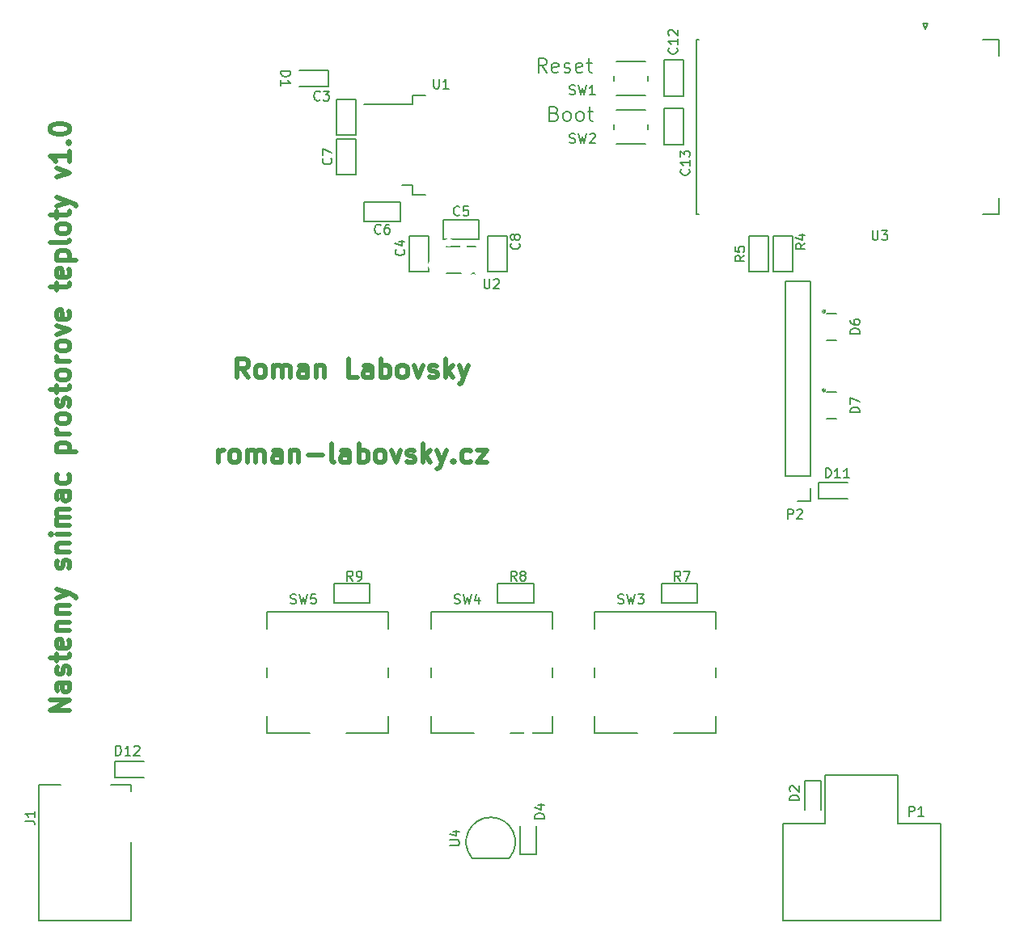
<source format=gto>
G04 #@! TF.GenerationSoftware,KiCad,Pcbnew,(5.1.6)-1*
G04 #@! TF.CreationDate,2021-06-16T15:57:26+02:00*
G04 #@! TF.ProjectId,wall-sensor-of-room-temperature,77616c6c-2d73-4656-9e73-6f722d6f662d,rev?*
G04 #@! TF.SameCoordinates,Original*
G04 #@! TF.FileFunction,Legend,Top*
G04 #@! TF.FilePolarity,Positive*
%FSLAX46Y46*%
G04 Gerber Fmt 4.6, Leading zero omitted, Abs format (unit mm)*
G04 Created by KiCad (PCBNEW (5.1.6)-1) date 2021-06-16 15:57:26*
%MOMM*%
%LPD*%
G01*
G04 APERTURE LIST*
%ADD10C,0.200000*%
%ADD11C,0.500000*%
%ADD12C,0.170000*%
%ADD13C,0.120000*%
%ADD14C,0.150000*%
%ADD15C,0.900000*%
%ADD16O,1.900000X1.900000*%
%ADD17R,1.900000X1.900000*%
%ADD18R,1.100000X0.410000*%
%ADD19R,1.600000X1.850000*%
%ADD20R,0.900000X0.900000*%
%ADD21C,3.300000*%
%ADD22C,4.600000*%
%ADD23R,4.700000X1.200000*%
%ADD24R,9.500000X10.900000*%
%ADD25R,0.900000X0.400000*%
%ADD26R,5.100000X5.100000*%
%ADD27R,1.000000X2.600000*%
%ADD28O,1.800000X1.800000*%
%ADD29R,1.800000X1.800000*%
%ADD30R,1.150000X1.600000*%
%ADD31R,2.100000X1.100000*%
%ADD32R,1.600000X1.400000*%
%ADD33C,1.950000*%
%ADD34C,3.100000*%
%ADD35C,3.600000*%
%ADD36R,1.400000X1.600000*%
G04 APERTURE END LIST*
D10*
X98016428Y-79267857D02*
X98230714Y-79339285D01*
X98302142Y-79410714D01*
X98373571Y-79553571D01*
X98373571Y-79767857D01*
X98302142Y-79910714D01*
X98230714Y-79982142D01*
X98087857Y-80053571D01*
X97516428Y-80053571D01*
X97516428Y-78553571D01*
X98016428Y-78553571D01*
X98159285Y-78625000D01*
X98230714Y-78696428D01*
X98302142Y-78839285D01*
X98302142Y-78982142D01*
X98230714Y-79125000D01*
X98159285Y-79196428D01*
X98016428Y-79267857D01*
X97516428Y-79267857D01*
X99230714Y-80053571D02*
X99087857Y-79982142D01*
X99016428Y-79910714D01*
X98945000Y-79767857D01*
X98945000Y-79339285D01*
X99016428Y-79196428D01*
X99087857Y-79125000D01*
X99230714Y-79053571D01*
X99445000Y-79053571D01*
X99587857Y-79125000D01*
X99659285Y-79196428D01*
X99730714Y-79339285D01*
X99730714Y-79767857D01*
X99659285Y-79910714D01*
X99587857Y-79982142D01*
X99445000Y-80053571D01*
X99230714Y-80053571D01*
X100587857Y-80053571D02*
X100445000Y-79982142D01*
X100373571Y-79910714D01*
X100302142Y-79767857D01*
X100302142Y-79339285D01*
X100373571Y-79196428D01*
X100445000Y-79125000D01*
X100587857Y-79053571D01*
X100802142Y-79053571D01*
X100945000Y-79125000D01*
X101016428Y-79196428D01*
X101087857Y-79339285D01*
X101087857Y-79767857D01*
X101016428Y-79910714D01*
X100945000Y-79982142D01*
X100802142Y-80053571D01*
X100587857Y-80053571D01*
X101516428Y-79053571D02*
X102087857Y-79053571D01*
X101730714Y-78553571D02*
X101730714Y-79839285D01*
X101802142Y-79982142D01*
X101945000Y-80053571D01*
X102087857Y-80053571D01*
X97202857Y-74973571D02*
X96702857Y-74259285D01*
X96345714Y-74973571D02*
X96345714Y-73473571D01*
X96917142Y-73473571D01*
X97060000Y-73545000D01*
X97131428Y-73616428D01*
X97202857Y-73759285D01*
X97202857Y-73973571D01*
X97131428Y-74116428D01*
X97060000Y-74187857D01*
X96917142Y-74259285D01*
X96345714Y-74259285D01*
X98417142Y-74902142D02*
X98274285Y-74973571D01*
X97988571Y-74973571D01*
X97845714Y-74902142D01*
X97774285Y-74759285D01*
X97774285Y-74187857D01*
X97845714Y-74045000D01*
X97988571Y-73973571D01*
X98274285Y-73973571D01*
X98417142Y-74045000D01*
X98488571Y-74187857D01*
X98488571Y-74330714D01*
X97774285Y-74473571D01*
X99060000Y-74902142D02*
X99202857Y-74973571D01*
X99488571Y-74973571D01*
X99631428Y-74902142D01*
X99702857Y-74759285D01*
X99702857Y-74687857D01*
X99631428Y-74545000D01*
X99488571Y-74473571D01*
X99274285Y-74473571D01*
X99131428Y-74402142D01*
X99060000Y-74259285D01*
X99060000Y-74187857D01*
X99131428Y-74045000D01*
X99274285Y-73973571D01*
X99488571Y-73973571D01*
X99631428Y-74045000D01*
X100917142Y-74902142D02*
X100774285Y-74973571D01*
X100488571Y-74973571D01*
X100345714Y-74902142D01*
X100274285Y-74759285D01*
X100274285Y-74187857D01*
X100345714Y-74045000D01*
X100488571Y-73973571D01*
X100774285Y-73973571D01*
X100917142Y-74045000D01*
X100988571Y-74187857D01*
X100988571Y-74330714D01*
X100274285Y-74473571D01*
X101417142Y-73973571D02*
X101988571Y-73973571D01*
X101631428Y-73473571D02*
X101631428Y-74759285D01*
X101702857Y-74902142D01*
X101845714Y-74973571D01*
X101988571Y-74973571D01*
D11*
X62882619Y-115839761D02*
X62882619Y-114506428D01*
X62882619Y-114887380D02*
X62977857Y-114696904D01*
X63073095Y-114601666D01*
X63263571Y-114506428D01*
X63454047Y-114506428D01*
X64406428Y-115839761D02*
X64215952Y-115744523D01*
X64120714Y-115649285D01*
X64025476Y-115458809D01*
X64025476Y-114887380D01*
X64120714Y-114696904D01*
X64215952Y-114601666D01*
X64406428Y-114506428D01*
X64692142Y-114506428D01*
X64882619Y-114601666D01*
X64977857Y-114696904D01*
X65073095Y-114887380D01*
X65073095Y-115458809D01*
X64977857Y-115649285D01*
X64882619Y-115744523D01*
X64692142Y-115839761D01*
X64406428Y-115839761D01*
X65930238Y-115839761D02*
X65930238Y-114506428D01*
X65930238Y-114696904D02*
X66025476Y-114601666D01*
X66215952Y-114506428D01*
X66501666Y-114506428D01*
X66692142Y-114601666D01*
X66787380Y-114792142D01*
X66787380Y-115839761D01*
X66787380Y-114792142D02*
X66882619Y-114601666D01*
X67073095Y-114506428D01*
X67358809Y-114506428D01*
X67549285Y-114601666D01*
X67644523Y-114792142D01*
X67644523Y-115839761D01*
X69454047Y-115839761D02*
X69454047Y-114792142D01*
X69358809Y-114601666D01*
X69168333Y-114506428D01*
X68787380Y-114506428D01*
X68596904Y-114601666D01*
X69454047Y-115744523D02*
X69263571Y-115839761D01*
X68787380Y-115839761D01*
X68596904Y-115744523D01*
X68501666Y-115554047D01*
X68501666Y-115363571D01*
X68596904Y-115173095D01*
X68787380Y-115077857D01*
X69263571Y-115077857D01*
X69454047Y-114982619D01*
X70406428Y-114506428D02*
X70406428Y-115839761D01*
X70406428Y-114696904D02*
X70501666Y-114601666D01*
X70692142Y-114506428D01*
X70977857Y-114506428D01*
X71168333Y-114601666D01*
X71263571Y-114792142D01*
X71263571Y-115839761D01*
X72215952Y-115077857D02*
X73739761Y-115077857D01*
X74977857Y-115839761D02*
X74787380Y-115744523D01*
X74692142Y-115554047D01*
X74692142Y-113839761D01*
X76596904Y-115839761D02*
X76596904Y-114792142D01*
X76501666Y-114601666D01*
X76311190Y-114506428D01*
X75930238Y-114506428D01*
X75739761Y-114601666D01*
X76596904Y-115744523D02*
X76406428Y-115839761D01*
X75930238Y-115839761D01*
X75739761Y-115744523D01*
X75644523Y-115554047D01*
X75644523Y-115363571D01*
X75739761Y-115173095D01*
X75930238Y-115077857D01*
X76406428Y-115077857D01*
X76596904Y-114982619D01*
X77549285Y-115839761D02*
X77549285Y-113839761D01*
X77549285Y-114601666D02*
X77739761Y-114506428D01*
X78120714Y-114506428D01*
X78311190Y-114601666D01*
X78406428Y-114696904D01*
X78501666Y-114887380D01*
X78501666Y-115458809D01*
X78406428Y-115649285D01*
X78311190Y-115744523D01*
X78120714Y-115839761D01*
X77739761Y-115839761D01*
X77549285Y-115744523D01*
X79644523Y-115839761D02*
X79454047Y-115744523D01*
X79358809Y-115649285D01*
X79263571Y-115458809D01*
X79263571Y-114887380D01*
X79358809Y-114696904D01*
X79454047Y-114601666D01*
X79644523Y-114506428D01*
X79930238Y-114506428D01*
X80120714Y-114601666D01*
X80215952Y-114696904D01*
X80311190Y-114887380D01*
X80311190Y-115458809D01*
X80215952Y-115649285D01*
X80120714Y-115744523D01*
X79930238Y-115839761D01*
X79644523Y-115839761D01*
X80977857Y-114506428D02*
X81454047Y-115839761D01*
X81930238Y-114506428D01*
X82596904Y-115744523D02*
X82787380Y-115839761D01*
X83168333Y-115839761D01*
X83358809Y-115744523D01*
X83454047Y-115554047D01*
X83454047Y-115458809D01*
X83358809Y-115268333D01*
X83168333Y-115173095D01*
X82882619Y-115173095D01*
X82692142Y-115077857D01*
X82596904Y-114887380D01*
X82596904Y-114792142D01*
X82692142Y-114601666D01*
X82882619Y-114506428D01*
X83168333Y-114506428D01*
X83358809Y-114601666D01*
X84311190Y-115839761D02*
X84311190Y-113839761D01*
X84501666Y-115077857D02*
X85073095Y-115839761D01*
X85073095Y-114506428D02*
X84311190Y-115268333D01*
X85739761Y-114506428D02*
X86215952Y-115839761D01*
X86692142Y-114506428D02*
X86215952Y-115839761D01*
X86025476Y-116315952D01*
X85930238Y-116411190D01*
X85739761Y-116506428D01*
X87454047Y-115649285D02*
X87549285Y-115744523D01*
X87454047Y-115839761D01*
X87358809Y-115744523D01*
X87454047Y-115649285D01*
X87454047Y-115839761D01*
X89263571Y-115744523D02*
X89073095Y-115839761D01*
X88692142Y-115839761D01*
X88501666Y-115744523D01*
X88406428Y-115649285D01*
X88311190Y-115458809D01*
X88311190Y-114887380D01*
X88406428Y-114696904D01*
X88501666Y-114601666D01*
X88692142Y-114506428D01*
X89073095Y-114506428D01*
X89263571Y-114601666D01*
X89930238Y-114506428D02*
X90977857Y-114506428D01*
X89930238Y-115839761D01*
X90977857Y-115839761D01*
X65977857Y-106949761D02*
X65311190Y-105997380D01*
X64835000Y-106949761D02*
X64835000Y-104949761D01*
X65596904Y-104949761D01*
X65787380Y-105045000D01*
X65882619Y-105140238D01*
X65977857Y-105330714D01*
X65977857Y-105616428D01*
X65882619Y-105806904D01*
X65787380Y-105902142D01*
X65596904Y-105997380D01*
X64835000Y-105997380D01*
X67120714Y-106949761D02*
X66930238Y-106854523D01*
X66835000Y-106759285D01*
X66739761Y-106568809D01*
X66739761Y-105997380D01*
X66835000Y-105806904D01*
X66930238Y-105711666D01*
X67120714Y-105616428D01*
X67406428Y-105616428D01*
X67596904Y-105711666D01*
X67692142Y-105806904D01*
X67787380Y-105997380D01*
X67787380Y-106568809D01*
X67692142Y-106759285D01*
X67596904Y-106854523D01*
X67406428Y-106949761D01*
X67120714Y-106949761D01*
X68644523Y-106949761D02*
X68644523Y-105616428D01*
X68644523Y-105806904D02*
X68739761Y-105711666D01*
X68930238Y-105616428D01*
X69215952Y-105616428D01*
X69406428Y-105711666D01*
X69501666Y-105902142D01*
X69501666Y-106949761D01*
X69501666Y-105902142D02*
X69596904Y-105711666D01*
X69787380Y-105616428D01*
X70073095Y-105616428D01*
X70263571Y-105711666D01*
X70358809Y-105902142D01*
X70358809Y-106949761D01*
X72168333Y-106949761D02*
X72168333Y-105902142D01*
X72073095Y-105711666D01*
X71882619Y-105616428D01*
X71501666Y-105616428D01*
X71311190Y-105711666D01*
X72168333Y-106854523D02*
X71977857Y-106949761D01*
X71501666Y-106949761D01*
X71311190Y-106854523D01*
X71215952Y-106664047D01*
X71215952Y-106473571D01*
X71311190Y-106283095D01*
X71501666Y-106187857D01*
X71977857Y-106187857D01*
X72168333Y-106092619D01*
X73120714Y-105616428D02*
X73120714Y-106949761D01*
X73120714Y-105806904D02*
X73215952Y-105711666D01*
X73406428Y-105616428D01*
X73692142Y-105616428D01*
X73882619Y-105711666D01*
X73977857Y-105902142D01*
X73977857Y-106949761D01*
X77406428Y-106949761D02*
X76454047Y-106949761D01*
X76454047Y-104949761D01*
X78930238Y-106949761D02*
X78930238Y-105902142D01*
X78835000Y-105711666D01*
X78644523Y-105616428D01*
X78263571Y-105616428D01*
X78073095Y-105711666D01*
X78930238Y-106854523D02*
X78739761Y-106949761D01*
X78263571Y-106949761D01*
X78073095Y-106854523D01*
X77977857Y-106664047D01*
X77977857Y-106473571D01*
X78073095Y-106283095D01*
X78263571Y-106187857D01*
X78739761Y-106187857D01*
X78930238Y-106092619D01*
X79882619Y-106949761D02*
X79882619Y-104949761D01*
X79882619Y-105711666D02*
X80073095Y-105616428D01*
X80454047Y-105616428D01*
X80644523Y-105711666D01*
X80739761Y-105806904D01*
X80835000Y-105997380D01*
X80835000Y-106568809D01*
X80739761Y-106759285D01*
X80644523Y-106854523D01*
X80454047Y-106949761D01*
X80073095Y-106949761D01*
X79882619Y-106854523D01*
X81977857Y-106949761D02*
X81787380Y-106854523D01*
X81692142Y-106759285D01*
X81596904Y-106568809D01*
X81596904Y-105997380D01*
X81692142Y-105806904D01*
X81787380Y-105711666D01*
X81977857Y-105616428D01*
X82263571Y-105616428D01*
X82454047Y-105711666D01*
X82549285Y-105806904D01*
X82644523Y-105997380D01*
X82644523Y-106568809D01*
X82549285Y-106759285D01*
X82454047Y-106854523D01*
X82263571Y-106949761D01*
X81977857Y-106949761D01*
X83311190Y-105616428D02*
X83787380Y-106949761D01*
X84263571Y-105616428D01*
X84930238Y-106854523D02*
X85120714Y-106949761D01*
X85501666Y-106949761D01*
X85692142Y-106854523D01*
X85787380Y-106664047D01*
X85787380Y-106568809D01*
X85692142Y-106378333D01*
X85501666Y-106283095D01*
X85215952Y-106283095D01*
X85025476Y-106187857D01*
X84930238Y-105997380D01*
X84930238Y-105902142D01*
X85025476Y-105711666D01*
X85215952Y-105616428D01*
X85501666Y-105616428D01*
X85692142Y-105711666D01*
X86644523Y-106949761D02*
X86644523Y-104949761D01*
X86835000Y-106187857D02*
X87406428Y-106949761D01*
X87406428Y-105616428D02*
X86644523Y-106378333D01*
X88073095Y-105616428D02*
X88549285Y-106949761D01*
X89025476Y-105616428D02*
X88549285Y-106949761D01*
X88358809Y-107425952D01*
X88263571Y-107521190D01*
X88073095Y-107616428D01*
X47259761Y-141839285D02*
X45259761Y-141839285D01*
X47259761Y-140696428D01*
X45259761Y-140696428D01*
X47259761Y-138886904D02*
X46212142Y-138886904D01*
X46021666Y-138982142D01*
X45926428Y-139172619D01*
X45926428Y-139553571D01*
X46021666Y-139744047D01*
X47164523Y-138886904D02*
X47259761Y-139077380D01*
X47259761Y-139553571D01*
X47164523Y-139744047D01*
X46974047Y-139839285D01*
X46783571Y-139839285D01*
X46593095Y-139744047D01*
X46497857Y-139553571D01*
X46497857Y-139077380D01*
X46402619Y-138886904D01*
X47164523Y-138029761D02*
X47259761Y-137839285D01*
X47259761Y-137458333D01*
X47164523Y-137267857D01*
X46974047Y-137172619D01*
X46878809Y-137172619D01*
X46688333Y-137267857D01*
X46593095Y-137458333D01*
X46593095Y-137744047D01*
X46497857Y-137934523D01*
X46307380Y-138029761D01*
X46212142Y-138029761D01*
X46021666Y-137934523D01*
X45926428Y-137744047D01*
X45926428Y-137458333D01*
X46021666Y-137267857D01*
X45926428Y-136601190D02*
X45926428Y-135839285D01*
X45259761Y-136315476D02*
X46974047Y-136315476D01*
X47164523Y-136220238D01*
X47259761Y-136029761D01*
X47259761Y-135839285D01*
X47164523Y-134410714D02*
X47259761Y-134601190D01*
X47259761Y-134982142D01*
X47164523Y-135172619D01*
X46974047Y-135267857D01*
X46212142Y-135267857D01*
X46021666Y-135172619D01*
X45926428Y-134982142D01*
X45926428Y-134601190D01*
X46021666Y-134410714D01*
X46212142Y-134315476D01*
X46402619Y-134315476D01*
X46593095Y-135267857D01*
X45926428Y-133458333D02*
X47259761Y-133458333D01*
X46116904Y-133458333D02*
X46021666Y-133363095D01*
X45926428Y-133172619D01*
X45926428Y-132886904D01*
X46021666Y-132696428D01*
X46212142Y-132601190D01*
X47259761Y-132601190D01*
X45926428Y-131648809D02*
X47259761Y-131648809D01*
X46116904Y-131648809D02*
X46021666Y-131553571D01*
X45926428Y-131363095D01*
X45926428Y-131077380D01*
X46021666Y-130886904D01*
X46212142Y-130791666D01*
X47259761Y-130791666D01*
X45926428Y-130029761D02*
X47259761Y-129553571D01*
X45926428Y-129077380D02*
X47259761Y-129553571D01*
X47735952Y-129744047D01*
X47831190Y-129839285D01*
X47926428Y-130029761D01*
X47164523Y-126886904D02*
X47259761Y-126696428D01*
X47259761Y-126315476D01*
X47164523Y-126125000D01*
X46974047Y-126029761D01*
X46878809Y-126029761D01*
X46688333Y-126125000D01*
X46593095Y-126315476D01*
X46593095Y-126601190D01*
X46497857Y-126791666D01*
X46307380Y-126886904D01*
X46212142Y-126886904D01*
X46021666Y-126791666D01*
X45926428Y-126601190D01*
X45926428Y-126315476D01*
X46021666Y-126125000D01*
X45926428Y-125172619D02*
X47259761Y-125172619D01*
X46116904Y-125172619D02*
X46021666Y-125077380D01*
X45926428Y-124886904D01*
X45926428Y-124601190D01*
X46021666Y-124410714D01*
X46212142Y-124315476D01*
X47259761Y-124315476D01*
X47259761Y-123363095D02*
X45926428Y-123363095D01*
X45259761Y-123363095D02*
X45355000Y-123458333D01*
X45450238Y-123363095D01*
X45355000Y-123267857D01*
X45259761Y-123363095D01*
X45450238Y-123363095D01*
X47259761Y-122410714D02*
X45926428Y-122410714D01*
X46116904Y-122410714D02*
X46021666Y-122315476D01*
X45926428Y-122125000D01*
X45926428Y-121839285D01*
X46021666Y-121648809D01*
X46212142Y-121553571D01*
X47259761Y-121553571D01*
X46212142Y-121553571D02*
X46021666Y-121458333D01*
X45926428Y-121267857D01*
X45926428Y-120982142D01*
X46021666Y-120791666D01*
X46212142Y-120696428D01*
X47259761Y-120696428D01*
X47259761Y-118886904D02*
X46212142Y-118886904D01*
X46021666Y-118982142D01*
X45926428Y-119172619D01*
X45926428Y-119553571D01*
X46021666Y-119744047D01*
X47164523Y-118886904D02*
X47259761Y-119077380D01*
X47259761Y-119553571D01*
X47164523Y-119744047D01*
X46974047Y-119839285D01*
X46783571Y-119839285D01*
X46593095Y-119744047D01*
X46497857Y-119553571D01*
X46497857Y-119077380D01*
X46402619Y-118886904D01*
X47164523Y-117077380D02*
X47259761Y-117267857D01*
X47259761Y-117648809D01*
X47164523Y-117839285D01*
X47069285Y-117934523D01*
X46878809Y-118029761D01*
X46307380Y-118029761D01*
X46116904Y-117934523D01*
X46021666Y-117839285D01*
X45926428Y-117648809D01*
X45926428Y-117267857D01*
X46021666Y-117077380D01*
X45926428Y-114696428D02*
X47926428Y-114696428D01*
X46021666Y-114696428D02*
X45926428Y-114505952D01*
X45926428Y-114125000D01*
X46021666Y-113934523D01*
X46116904Y-113839285D01*
X46307380Y-113744047D01*
X46878809Y-113744047D01*
X47069285Y-113839285D01*
X47164523Y-113934523D01*
X47259761Y-114125000D01*
X47259761Y-114505952D01*
X47164523Y-114696428D01*
X47259761Y-112886904D02*
X45926428Y-112886904D01*
X46307380Y-112886904D02*
X46116904Y-112791666D01*
X46021666Y-112696428D01*
X45926428Y-112505952D01*
X45926428Y-112315476D01*
X47259761Y-111363095D02*
X47164523Y-111553571D01*
X47069285Y-111648809D01*
X46878809Y-111744047D01*
X46307380Y-111744047D01*
X46116904Y-111648809D01*
X46021666Y-111553571D01*
X45926428Y-111363095D01*
X45926428Y-111077380D01*
X46021666Y-110886904D01*
X46116904Y-110791666D01*
X46307380Y-110696428D01*
X46878809Y-110696428D01*
X47069285Y-110791666D01*
X47164523Y-110886904D01*
X47259761Y-111077380D01*
X47259761Y-111363095D01*
X47164523Y-109934523D02*
X47259761Y-109744047D01*
X47259761Y-109363095D01*
X47164523Y-109172619D01*
X46974047Y-109077380D01*
X46878809Y-109077380D01*
X46688333Y-109172619D01*
X46593095Y-109363095D01*
X46593095Y-109648809D01*
X46497857Y-109839285D01*
X46307380Y-109934523D01*
X46212142Y-109934523D01*
X46021666Y-109839285D01*
X45926428Y-109648809D01*
X45926428Y-109363095D01*
X46021666Y-109172619D01*
X45926428Y-108505952D02*
X45926428Y-107744047D01*
X45259761Y-108220238D02*
X46974047Y-108220238D01*
X47164523Y-108125000D01*
X47259761Y-107934523D01*
X47259761Y-107744047D01*
X47259761Y-106791666D02*
X47164523Y-106982142D01*
X47069285Y-107077380D01*
X46878809Y-107172619D01*
X46307380Y-107172619D01*
X46116904Y-107077380D01*
X46021666Y-106982142D01*
X45926428Y-106791666D01*
X45926428Y-106505952D01*
X46021666Y-106315476D01*
X46116904Y-106220238D01*
X46307380Y-106125000D01*
X46878809Y-106125000D01*
X47069285Y-106220238D01*
X47164523Y-106315476D01*
X47259761Y-106505952D01*
X47259761Y-106791666D01*
X47259761Y-105267857D02*
X45926428Y-105267857D01*
X46307380Y-105267857D02*
X46116904Y-105172619D01*
X46021666Y-105077380D01*
X45926428Y-104886904D01*
X45926428Y-104696428D01*
X47259761Y-103744047D02*
X47164523Y-103934523D01*
X47069285Y-104029761D01*
X46878809Y-104125000D01*
X46307380Y-104125000D01*
X46116904Y-104029761D01*
X46021666Y-103934523D01*
X45926428Y-103744047D01*
X45926428Y-103458333D01*
X46021666Y-103267857D01*
X46116904Y-103172619D01*
X46307380Y-103077380D01*
X46878809Y-103077380D01*
X47069285Y-103172619D01*
X47164523Y-103267857D01*
X47259761Y-103458333D01*
X47259761Y-103744047D01*
X45926428Y-102410714D02*
X47259761Y-101934523D01*
X45926428Y-101458333D01*
X47164523Y-99934523D02*
X47259761Y-100125000D01*
X47259761Y-100505952D01*
X47164523Y-100696428D01*
X46974047Y-100791666D01*
X46212142Y-100791666D01*
X46021666Y-100696428D01*
X45926428Y-100505952D01*
X45926428Y-100125000D01*
X46021666Y-99934523D01*
X46212142Y-99839285D01*
X46402619Y-99839285D01*
X46593095Y-100791666D01*
X45926428Y-97744047D02*
X45926428Y-96982142D01*
X45259761Y-97458333D02*
X46974047Y-97458333D01*
X47164523Y-97363095D01*
X47259761Y-97172619D01*
X47259761Y-96982142D01*
X47164523Y-95553571D02*
X47259761Y-95744047D01*
X47259761Y-96125000D01*
X47164523Y-96315476D01*
X46974047Y-96410714D01*
X46212142Y-96410714D01*
X46021666Y-96315476D01*
X45926428Y-96125000D01*
X45926428Y-95744047D01*
X46021666Y-95553571D01*
X46212142Y-95458333D01*
X46402619Y-95458333D01*
X46593095Y-96410714D01*
X45926428Y-94601190D02*
X47926428Y-94601190D01*
X46021666Y-94601190D02*
X45926428Y-94410714D01*
X45926428Y-94029761D01*
X46021666Y-93839285D01*
X46116904Y-93744047D01*
X46307380Y-93648809D01*
X46878809Y-93648809D01*
X47069285Y-93744047D01*
X47164523Y-93839285D01*
X47259761Y-94029761D01*
X47259761Y-94410714D01*
X47164523Y-94601190D01*
X47259761Y-92505952D02*
X47164523Y-92696428D01*
X46974047Y-92791666D01*
X45259761Y-92791666D01*
X47259761Y-91458333D02*
X47164523Y-91648809D01*
X47069285Y-91744047D01*
X46878809Y-91839285D01*
X46307380Y-91839285D01*
X46116904Y-91744047D01*
X46021666Y-91648809D01*
X45926428Y-91458333D01*
X45926428Y-91172619D01*
X46021666Y-90982142D01*
X46116904Y-90886904D01*
X46307380Y-90791666D01*
X46878809Y-90791666D01*
X47069285Y-90886904D01*
X47164523Y-90982142D01*
X47259761Y-91172619D01*
X47259761Y-91458333D01*
X45926428Y-90220238D02*
X45926428Y-89458333D01*
X45259761Y-89934523D02*
X46974047Y-89934523D01*
X47164523Y-89839285D01*
X47259761Y-89648809D01*
X47259761Y-89458333D01*
X45926428Y-88982142D02*
X47259761Y-88505952D01*
X45926428Y-88029761D02*
X47259761Y-88505952D01*
X47735952Y-88696428D01*
X47831190Y-88791666D01*
X47926428Y-88982142D01*
X45926428Y-85934523D02*
X47259761Y-85458333D01*
X45926428Y-84982142D01*
X47259761Y-83172619D02*
X47259761Y-84315476D01*
X47259761Y-83744047D02*
X45259761Y-83744047D01*
X45545476Y-83934523D01*
X45735952Y-84125000D01*
X45831190Y-84315476D01*
X47069285Y-82315476D02*
X47164523Y-82220238D01*
X47259761Y-82315476D01*
X47164523Y-82410714D01*
X47069285Y-82315476D01*
X47259761Y-82315476D01*
X45259761Y-80982142D02*
X45259761Y-80791666D01*
X45355000Y-80601190D01*
X45450238Y-80505952D01*
X45640714Y-80410714D01*
X46021666Y-80315476D01*
X46497857Y-80315476D01*
X46878809Y-80410714D01*
X47069285Y-80505952D01*
X47164523Y-80601190D01*
X47259761Y-80791666D01*
X47259761Y-80982142D01*
X47164523Y-81172619D01*
X47069285Y-81267857D01*
X46878809Y-81363095D01*
X46497857Y-81458333D01*
X46021666Y-81458333D01*
X45640714Y-81363095D01*
X45450238Y-81267857D01*
X45355000Y-81172619D01*
X45259761Y-80982142D01*
D12*
X121920000Y-163830000D02*
X138430000Y-163830000D01*
X121920000Y-153670000D02*
X121920000Y-163830000D01*
X126365000Y-153670000D02*
X121920000Y-153670000D01*
X126365000Y-148590000D02*
X126365000Y-153670000D01*
X133985000Y-148590000D02*
X126365000Y-148590000D01*
X133985000Y-153670000D02*
X133985000Y-148590000D01*
X138430000Y-153670000D02*
X133985000Y-153670000D01*
X138430000Y-163830000D02*
X138430000Y-153670000D01*
D13*
X89598500Y-96139000D02*
G75*
G03*
X89598500Y-96139000I-63500J0D01*
G01*
X89662000Y-96139000D02*
G75*
G03*
X89662000Y-96139000I-127000J0D01*
G01*
X89725500Y-96139000D02*
G75*
G03*
X89725500Y-96139000I-190500J0D01*
G01*
D12*
X89765000Y-93218000D02*
X86765000Y-93218000D01*
X88265000Y-96012000D02*
X86765000Y-96012000D01*
X52006500Y-147105000D02*
X52006500Y-148805000D01*
X52006500Y-148805000D02*
X55025000Y-148805000D01*
X52006500Y-147105000D02*
X55025000Y-147105000D01*
X53721000Y-149606000D02*
X53721000Y-150241000D01*
X51562000Y-149606000D02*
X53721000Y-149606000D01*
X44069000Y-149606000D02*
X46355000Y-149606000D01*
X44069000Y-163830000D02*
X44069000Y-149606000D01*
X53721000Y-163830000D02*
X44069000Y-163830000D01*
X53721000Y-155575000D02*
X53721000Y-163830000D01*
X84509000Y-87750000D02*
X83210000Y-87750000D01*
X83210000Y-86800000D02*
X82110000Y-86800000D01*
X83210000Y-78300000D02*
X78085000Y-78300000D01*
X83210000Y-77350000D02*
X83210000Y-78300000D01*
X83210000Y-87750000D02*
X83210000Y-86800000D01*
X84509000Y-77350000D02*
X83210000Y-77350000D01*
D13*
X126301500Y-108267500D02*
G75*
G03*
X126301500Y-108267500I-63500J0D01*
G01*
X126365000Y-108267500D02*
G75*
G03*
X126365000Y-108267500I-127000J0D01*
G01*
X126428500Y-108267500D02*
G75*
G03*
X126428500Y-108267500I-190500J0D01*
G01*
D12*
X126809500Y-108458000D02*
X126492000Y-108458000D01*
X127508000Y-108458000D02*
X126809500Y-108458000D01*
X127508000Y-111252000D02*
X126492000Y-111252000D01*
D13*
X126301500Y-100012500D02*
G75*
G03*
X126301500Y-100012500I-63500J0D01*
G01*
X126365000Y-100012500D02*
G75*
G03*
X126365000Y-100012500I-127000J0D01*
G01*
X126428500Y-100012500D02*
G75*
G03*
X126428500Y-100012500I-190500J0D01*
G01*
D12*
X126809500Y-100203000D02*
X126492000Y-100203000D01*
X127508000Y-100203000D02*
X126809500Y-100203000D01*
X127508000Y-102997000D02*
X126492000Y-102997000D01*
X112903000Y-89789000D02*
X113157000Y-89789000D01*
X112903000Y-71501000D02*
X112903000Y-89789000D01*
X113157000Y-71501000D02*
X112903000Y-71501000D01*
X136567680Y-69811691D02*
X137117680Y-69811691D01*
X144545000Y-71520000D02*
X144545000Y-73215000D01*
X142830000Y-71520000D02*
X144545000Y-71520000D01*
X136827680Y-70411691D02*
X136567680Y-69811691D01*
X137117680Y-69811691D02*
X136827680Y-70411691D01*
X142835000Y-89775000D02*
X144545000Y-89775000D01*
X144545000Y-89775000D02*
X144545000Y-88085000D01*
X124845000Y-117260000D02*
X124845000Y-96880000D01*
X124845000Y-117260000D02*
X122185000Y-117260000D01*
X124845000Y-96880000D02*
X122185000Y-96880000D01*
X122185000Y-117260000D02*
X122185000Y-96880000D01*
X124845000Y-119860000D02*
X123515000Y-119860000D01*
X124845000Y-118530000D02*
X124845000Y-119860000D01*
X89420000Y-157275000D02*
X93270000Y-157275000D01*
X93307559Y-157266334D02*
G75*
G03*
X89420000Y-157275000I-1947559J1691334D01*
G01*
X107569000Y-82423000D02*
X104521000Y-82423000D01*
X107569000Y-78867000D02*
X104521000Y-78867000D01*
X107823000Y-80899000D02*
X107823000Y-80391000D01*
X104267000Y-80899000D02*
X104267000Y-80391000D01*
X107569000Y-77343000D02*
X104521000Y-77343000D01*
X107569000Y-73787000D02*
X104521000Y-73787000D01*
X107823000Y-75819000D02*
X107823000Y-75311000D01*
X104267000Y-75819000D02*
X104267000Y-75311000D01*
X94400000Y-156908500D02*
X94400000Y-153890000D01*
X96100000Y-156908500D02*
X96100000Y-153890000D01*
X94400000Y-156908500D02*
X96100000Y-156908500D01*
X118364000Y-92100000D02*
X120396000Y-92100000D01*
X118364000Y-95860000D02*
X120396000Y-95860000D01*
X120396000Y-92100000D02*
X120396000Y-95860000D01*
X118364000Y-92100000D02*
X118364000Y-95860000D01*
X67945000Y-133223000D02*
X67945000Y-131445000D01*
X67945000Y-131445000D02*
X80645000Y-131445000D01*
X80645000Y-131445000D02*
X80645000Y-133223000D01*
X67945000Y-142367000D02*
X67945000Y-144145000D01*
X67945000Y-144145000D02*
X72390000Y-144145000D01*
X76200000Y-144145000D02*
X80645000Y-144145000D01*
X80645000Y-144145000D02*
X80645000Y-142367000D01*
X67945000Y-137287000D02*
X67945000Y-138303000D01*
X80645000Y-137287000D02*
X80645000Y-138303000D01*
X85150000Y-133223000D02*
X85150000Y-131445000D01*
X85150000Y-131445000D02*
X97850000Y-131445000D01*
X97850000Y-131445000D02*
X97850000Y-133223000D01*
X85150000Y-142367000D02*
X85150000Y-144145000D01*
X85150000Y-144145000D02*
X89595000Y-144145000D01*
X93405000Y-144145000D02*
X97850000Y-144145000D01*
X97850000Y-144145000D02*
X97850000Y-142367000D01*
X85150000Y-137287000D02*
X85150000Y-138303000D01*
X97850000Y-137287000D02*
X97850000Y-138303000D01*
X102235000Y-133223000D02*
X102235000Y-131445000D01*
X102235000Y-131445000D02*
X114935000Y-131445000D01*
X114935000Y-131445000D02*
X114935000Y-133223000D01*
X102235000Y-142367000D02*
X102235000Y-144145000D01*
X102235000Y-144145000D02*
X106680000Y-144145000D01*
X110490000Y-144145000D02*
X114935000Y-144145000D01*
X114935000Y-144145000D02*
X114935000Y-142367000D01*
X102235000Y-137287000D02*
X102235000Y-138303000D01*
X114935000Y-137287000D02*
X114935000Y-138303000D01*
X74955000Y-130556000D02*
X74955000Y-128524000D01*
X78715000Y-130556000D02*
X78715000Y-128524000D01*
X74955000Y-128524000D02*
X78715000Y-128524000D01*
X74955000Y-130556000D02*
X78715000Y-130556000D01*
X92100000Y-130556000D02*
X92100000Y-128524000D01*
X95860000Y-130556000D02*
X95860000Y-128524000D01*
X92100000Y-128524000D02*
X95860000Y-128524000D01*
X92100000Y-130556000D02*
X95860000Y-130556000D01*
X109245000Y-130556000D02*
X109245000Y-128524000D01*
X113005000Y-130556000D02*
X113005000Y-128524000D01*
X109245000Y-128524000D02*
X113005000Y-128524000D01*
X109245000Y-130556000D02*
X113005000Y-130556000D01*
X122936000Y-95860000D02*
X120904000Y-95860000D01*
X122936000Y-92100000D02*
X120904000Y-92100000D01*
X120904000Y-95860000D02*
X120904000Y-92100000D01*
X122936000Y-95860000D02*
X122936000Y-92100000D01*
X125666500Y-117895000D02*
X128685000Y-117895000D01*
X125666500Y-119595000D02*
X128685000Y-119595000D01*
X125666500Y-117895000D02*
X125666500Y-119595000D01*
X125945000Y-149161500D02*
X125945000Y-152180000D01*
X124245000Y-149161500D02*
X124245000Y-152180000D01*
X125945000Y-149161500D02*
X124245000Y-149161500D01*
X74358500Y-76415000D02*
X71340000Y-76415000D01*
X74358500Y-74715000D02*
X71340000Y-74715000D01*
X74358500Y-76415000D02*
X74358500Y-74715000D01*
X111506000Y-78765000D02*
X109474000Y-78765000D01*
X109474000Y-82525000D02*
X109474000Y-78765000D01*
X111506000Y-82525000D02*
X109474000Y-82525000D01*
X111506000Y-82525000D02*
X111506000Y-78765000D01*
X111506000Y-73685000D02*
X109474000Y-73685000D01*
X109474000Y-77445000D02*
X109474000Y-73685000D01*
X111506000Y-77445000D02*
X109474000Y-77445000D01*
X111506000Y-77445000D02*
X111506000Y-73685000D01*
X93091000Y-92100000D02*
X91059000Y-92100000D01*
X91059000Y-95860000D02*
X91059000Y-92100000D01*
X93091000Y-95860000D02*
X91059000Y-95860000D01*
X93091000Y-95860000D02*
X93091000Y-92100000D01*
X77216000Y-81940000D02*
X75184000Y-81940000D01*
X75184000Y-85700000D02*
X75184000Y-81940000D01*
X77216000Y-85700000D02*
X75184000Y-85700000D01*
X77216000Y-85700000D02*
X77216000Y-81940000D01*
X81890000Y-90551000D02*
X81890000Y-88519000D01*
X78130000Y-88519000D02*
X81890000Y-88519000D01*
X78130000Y-90551000D02*
X78130000Y-88519000D01*
X78130000Y-90551000D02*
X81890000Y-90551000D01*
X90145000Y-92456000D02*
X90145000Y-90424000D01*
X86385000Y-90424000D02*
X90145000Y-90424000D01*
X86385000Y-92456000D02*
X86385000Y-90424000D01*
X86385000Y-92456000D02*
X90145000Y-92456000D01*
X84836000Y-92100000D02*
X82804000Y-92100000D01*
X82804000Y-95860000D02*
X82804000Y-92100000D01*
X84836000Y-95860000D02*
X82804000Y-95860000D01*
X84836000Y-95860000D02*
X84836000Y-92100000D01*
X75184000Y-81555000D02*
X77216000Y-81555000D01*
X77216000Y-77795000D02*
X77216000Y-81555000D01*
X75184000Y-77795000D02*
X77216000Y-77795000D01*
X75184000Y-77795000D02*
X75184000Y-81555000D01*
D14*
D12*
X135151904Y-152852380D02*
X135151904Y-151852380D01*
X135532857Y-151852380D01*
X135628095Y-151900000D01*
X135675714Y-151947619D01*
X135723333Y-152042857D01*
X135723333Y-152185714D01*
X135675714Y-152280952D01*
X135628095Y-152328571D01*
X135532857Y-152376190D01*
X135151904Y-152376190D01*
X136675714Y-152852380D02*
X136104285Y-152852380D01*
X136390000Y-152852380D02*
X136390000Y-151852380D01*
X136294761Y-151995238D01*
X136199523Y-152090476D01*
X136104285Y-152138095D01*
X90678095Y-96607380D02*
X90678095Y-97416904D01*
X90725714Y-97512142D01*
X90773333Y-97559761D01*
X90868571Y-97607380D01*
X91059047Y-97607380D01*
X91154285Y-97559761D01*
X91201904Y-97512142D01*
X91249523Y-97416904D01*
X91249523Y-96607380D01*
X91678095Y-96702619D02*
X91725714Y-96655000D01*
X91820952Y-96607380D01*
X92059047Y-96607380D01*
X92154285Y-96655000D01*
X92201904Y-96702619D01*
X92249523Y-96797857D01*
X92249523Y-96893095D01*
X92201904Y-97035952D01*
X91630476Y-97607380D01*
X92249523Y-97607380D01*
X52125714Y-146502380D02*
X52125714Y-145502380D01*
X52363809Y-145502380D01*
X52506666Y-145550000D01*
X52601904Y-145645238D01*
X52649523Y-145740476D01*
X52697142Y-145930952D01*
X52697142Y-146073809D01*
X52649523Y-146264285D01*
X52601904Y-146359523D01*
X52506666Y-146454761D01*
X52363809Y-146502380D01*
X52125714Y-146502380D01*
X53649523Y-146502380D02*
X53078095Y-146502380D01*
X53363809Y-146502380D02*
X53363809Y-145502380D01*
X53268571Y-145645238D01*
X53173333Y-145740476D01*
X53078095Y-145788095D01*
X54030476Y-145597619D02*
X54078095Y-145550000D01*
X54173333Y-145502380D01*
X54411428Y-145502380D01*
X54506666Y-145550000D01*
X54554285Y-145597619D01*
X54601904Y-145692857D01*
X54601904Y-145788095D01*
X54554285Y-145930952D01*
X53982857Y-146502380D01*
X54601904Y-146502380D01*
D14*
D12*
X42632380Y-153368333D02*
X43346666Y-153368333D01*
X43489523Y-153415952D01*
X43584761Y-153511190D01*
X43632380Y-153654047D01*
X43632380Y-153749285D01*
X43632380Y-152368333D02*
X43632380Y-152939761D01*
X43632380Y-152654047D02*
X42632380Y-152654047D01*
X42775238Y-152749285D01*
X42870476Y-152844523D01*
X42918095Y-152939761D01*
X85398095Y-75652380D02*
X85398095Y-76461904D01*
X85445714Y-76557142D01*
X85493333Y-76604761D01*
X85588571Y-76652380D01*
X85779047Y-76652380D01*
X85874285Y-76604761D01*
X85921904Y-76557142D01*
X85969523Y-76461904D01*
X85969523Y-75652380D01*
X86969523Y-76652380D02*
X86398095Y-76652380D01*
X86683809Y-76652380D02*
X86683809Y-75652380D01*
X86588571Y-75795238D01*
X86493333Y-75890476D01*
X86398095Y-75938095D01*
X129992380Y-110593095D02*
X128992380Y-110593095D01*
X128992380Y-110355000D01*
X129040000Y-110212142D01*
X129135238Y-110116904D01*
X129230476Y-110069285D01*
X129420952Y-110021666D01*
X129563809Y-110021666D01*
X129754285Y-110069285D01*
X129849523Y-110116904D01*
X129944761Y-110212142D01*
X129992380Y-110355000D01*
X129992380Y-110593095D01*
X128992380Y-109688333D02*
X128992380Y-109021666D01*
X129992380Y-109450238D01*
X129992380Y-102338095D02*
X128992380Y-102338095D01*
X128992380Y-102100000D01*
X129040000Y-101957142D01*
X129135238Y-101861904D01*
X129230476Y-101814285D01*
X129420952Y-101766666D01*
X129563809Y-101766666D01*
X129754285Y-101814285D01*
X129849523Y-101861904D01*
X129944761Y-101957142D01*
X129992380Y-102100000D01*
X129992380Y-102338095D01*
X128992380Y-100909523D02*
X128992380Y-101100000D01*
X129040000Y-101195238D01*
X129087619Y-101242857D01*
X129230476Y-101338095D01*
X129420952Y-101385714D01*
X129801904Y-101385714D01*
X129897142Y-101338095D01*
X129944761Y-101290476D01*
X129992380Y-101195238D01*
X129992380Y-101004761D01*
X129944761Y-100909523D01*
X129897142Y-100861904D01*
X129801904Y-100814285D01*
X129563809Y-100814285D01*
X129468571Y-100861904D01*
X129420952Y-100909523D01*
X129373333Y-101004761D01*
X129373333Y-101195238D01*
X129420952Y-101290476D01*
X129468571Y-101338095D01*
X129563809Y-101385714D01*
X131318095Y-91527380D02*
X131318095Y-92336904D01*
X131365714Y-92432142D01*
X131413333Y-92479761D01*
X131508571Y-92527380D01*
X131699047Y-92527380D01*
X131794285Y-92479761D01*
X131841904Y-92432142D01*
X131889523Y-92336904D01*
X131889523Y-91527380D01*
X132270476Y-91527380D02*
X132889523Y-91527380D01*
X132556190Y-91908333D01*
X132699047Y-91908333D01*
X132794285Y-91955952D01*
X132841904Y-92003571D01*
X132889523Y-92098809D01*
X132889523Y-92336904D01*
X132841904Y-92432142D01*
X132794285Y-92479761D01*
X132699047Y-92527380D01*
X132413333Y-92527380D01*
X132318095Y-92479761D01*
X132270476Y-92432142D01*
X122451904Y-121737380D02*
X122451904Y-120737380D01*
X122832857Y-120737380D01*
X122928095Y-120785000D01*
X122975714Y-120832619D01*
X123023333Y-120927857D01*
X123023333Y-121070714D01*
X122975714Y-121165952D01*
X122928095Y-121213571D01*
X122832857Y-121261190D01*
X122451904Y-121261190D01*
X123404285Y-120832619D02*
X123451904Y-120785000D01*
X123547142Y-120737380D01*
X123785238Y-120737380D01*
X123880476Y-120785000D01*
X123928095Y-120832619D01*
X123975714Y-120927857D01*
X123975714Y-121023095D01*
X123928095Y-121165952D01*
X123356666Y-121737380D01*
X123975714Y-121737380D01*
X87082380Y-155955904D02*
X87891904Y-155955904D01*
X87987142Y-155908285D01*
X88034761Y-155860666D01*
X88082380Y-155765428D01*
X88082380Y-155574952D01*
X88034761Y-155479714D01*
X87987142Y-155432095D01*
X87891904Y-155384476D01*
X87082380Y-155384476D01*
X87415714Y-154479714D02*
X88082380Y-154479714D01*
X87034761Y-154717809D02*
X87749047Y-154955904D01*
X87749047Y-154336857D01*
X99631666Y-82319761D02*
X99774523Y-82367380D01*
X100012619Y-82367380D01*
X100107857Y-82319761D01*
X100155476Y-82272142D01*
X100203095Y-82176904D01*
X100203095Y-82081666D01*
X100155476Y-81986428D01*
X100107857Y-81938809D01*
X100012619Y-81891190D01*
X99822142Y-81843571D01*
X99726904Y-81795952D01*
X99679285Y-81748333D01*
X99631666Y-81653095D01*
X99631666Y-81557857D01*
X99679285Y-81462619D01*
X99726904Y-81415000D01*
X99822142Y-81367380D01*
X100060238Y-81367380D01*
X100203095Y-81415000D01*
X100536428Y-81367380D02*
X100774523Y-82367380D01*
X100965000Y-81653095D01*
X101155476Y-82367380D01*
X101393571Y-81367380D01*
X101726904Y-81462619D02*
X101774523Y-81415000D01*
X101869761Y-81367380D01*
X102107857Y-81367380D01*
X102203095Y-81415000D01*
X102250714Y-81462619D01*
X102298333Y-81557857D01*
X102298333Y-81653095D01*
X102250714Y-81795952D01*
X101679285Y-82367380D01*
X102298333Y-82367380D01*
X99631666Y-77239761D02*
X99774523Y-77287380D01*
X100012619Y-77287380D01*
X100107857Y-77239761D01*
X100155476Y-77192142D01*
X100203095Y-77096904D01*
X100203095Y-77001666D01*
X100155476Y-76906428D01*
X100107857Y-76858809D01*
X100012619Y-76811190D01*
X99822142Y-76763571D01*
X99726904Y-76715952D01*
X99679285Y-76668333D01*
X99631666Y-76573095D01*
X99631666Y-76477857D01*
X99679285Y-76382619D01*
X99726904Y-76335000D01*
X99822142Y-76287380D01*
X100060238Y-76287380D01*
X100203095Y-76335000D01*
X100536428Y-76287380D02*
X100774523Y-77287380D01*
X100965000Y-76573095D01*
X101155476Y-77287380D01*
X101393571Y-76287380D01*
X102298333Y-77287380D02*
X101726904Y-77287380D01*
X102012619Y-77287380D02*
X102012619Y-76287380D01*
X101917380Y-76430238D01*
X101822142Y-76525476D01*
X101726904Y-76573095D01*
X96972380Y-153138095D02*
X95972380Y-153138095D01*
X95972380Y-152900000D01*
X96020000Y-152757142D01*
X96115238Y-152661904D01*
X96210476Y-152614285D01*
X96400952Y-152566666D01*
X96543809Y-152566666D01*
X96734285Y-152614285D01*
X96829523Y-152661904D01*
X96924761Y-152757142D01*
X96972380Y-152900000D01*
X96972380Y-153138095D01*
X96305714Y-151709523D02*
X96972380Y-151709523D01*
X95924761Y-151947619D02*
X96639047Y-152185714D01*
X96639047Y-151566666D01*
X117927380Y-94146666D02*
X117451190Y-94480000D01*
X117927380Y-94718095D02*
X116927380Y-94718095D01*
X116927380Y-94337142D01*
X116975000Y-94241904D01*
X117022619Y-94194285D01*
X117117857Y-94146666D01*
X117260714Y-94146666D01*
X117355952Y-94194285D01*
X117403571Y-94241904D01*
X117451190Y-94337142D01*
X117451190Y-94718095D01*
X116927380Y-93241904D02*
X116927380Y-93718095D01*
X117403571Y-93765714D01*
X117355952Y-93718095D01*
X117308333Y-93622857D01*
X117308333Y-93384761D01*
X117355952Y-93289523D01*
X117403571Y-93241904D01*
X117498809Y-93194285D01*
X117736904Y-93194285D01*
X117832142Y-93241904D01*
X117879761Y-93289523D01*
X117927380Y-93384761D01*
X117927380Y-93622857D01*
X117879761Y-93718095D01*
X117832142Y-93765714D01*
X70421666Y-130579761D02*
X70564523Y-130627380D01*
X70802619Y-130627380D01*
X70897857Y-130579761D01*
X70945476Y-130532142D01*
X70993095Y-130436904D01*
X70993095Y-130341666D01*
X70945476Y-130246428D01*
X70897857Y-130198809D01*
X70802619Y-130151190D01*
X70612142Y-130103571D01*
X70516904Y-130055952D01*
X70469285Y-130008333D01*
X70421666Y-129913095D01*
X70421666Y-129817857D01*
X70469285Y-129722619D01*
X70516904Y-129675000D01*
X70612142Y-129627380D01*
X70850238Y-129627380D01*
X70993095Y-129675000D01*
X71326428Y-129627380D02*
X71564523Y-130627380D01*
X71755000Y-129913095D01*
X71945476Y-130627380D01*
X72183571Y-129627380D01*
X73040714Y-129627380D02*
X72564523Y-129627380D01*
X72516904Y-130103571D01*
X72564523Y-130055952D01*
X72659761Y-130008333D01*
X72897857Y-130008333D01*
X72993095Y-130055952D01*
X73040714Y-130103571D01*
X73088333Y-130198809D01*
X73088333Y-130436904D01*
X73040714Y-130532142D01*
X72993095Y-130579761D01*
X72897857Y-130627380D01*
X72659761Y-130627380D01*
X72564523Y-130579761D01*
X72516904Y-130532142D01*
X87566666Y-130579761D02*
X87709523Y-130627380D01*
X87947619Y-130627380D01*
X88042857Y-130579761D01*
X88090476Y-130532142D01*
X88138095Y-130436904D01*
X88138095Y-130341666D01*
X88090476Y-130246428D01*
X88042857Y-130198809D01*
X87947619Y-130151190D01*
X87757142Y-130103571D01*
X87661904Y-130055952D01*
X87614285Y-130008333D01*
X87566666Y-129913095D01*
X87566666Y-129817857D01*
X87614285Y-129722619D01*
X87661904Y-129675000D01*
X87757142Y-129627380D01*
X87995238Y-129627380D01*
X88138095Y-129675000D01*
X88471428Y-129627380D02*
X88709523Y-130627380D01*
X88900000Y-129913095D01*
X89090476Y-130627380D01*
X89328571Y-129627380D01*
X90138095Y-129960714D02*
X90138095Y-130627380D01*
X89900000Y-129579761D02*
X89661904Y-130294047D01*
X90280952Y-130294047D01*
X104711666Y-130579761D02*
X104854523Y-130627380D01*
X105092619Y-130627380D01*
X105187857Y-130579761D01*
X105235476Y-130532142D01*
X105283095Y-130436904D01*
X105283095Y-130341666D01*
X105235476Y-130246428D01*
X105187857Y-130198809D01*
X105092619Y-130151190D01*
X104902142Y-130103571D01*
X104806904Y-130055952D01*
X104759285Y-130008333D01*
X104711666Y-129913095D01*
X104711666Y-129817857D01*
X104759285Y-129722619D01*
X104806904Y-129675000D01*
X104902142Y-129627380D01*
X105140238Y-129627380D01*
X105283095Y-129675000D01*
X105616428Y-129627380D02*
X105854523Y-130627380D01*
X106045000Y-129913095D01*
X106235476Y-130627380D01*
X106473571Y-129627380D01*
X106759285Y-129627380D02*
X107378333Y-129627380D01*
X107045000Y-130008333D01*
X107187857Y-130008333D01*
X107283095Y-130055952D01*
X107330714Y-130103571D01*
X107378333Y-130198809D01*
X107378333Y-130436904D01*
X107330714Y-130532142D01*
X107283095Y-130579761D01*
X107187857Y-130627380D01*
X106902142Y-130627380D01*
X106806904Y-130579761D01*
X106759285Y-130532142D01*
X76922333Y-128214380D02*
X76589000Y-127738190D01*
X76350904Y-128214380D02*
X76350904Y-127214380D01*
X76731857Y-127214380D01*
X76827095Y-127262000D01*
X76874714Y-127309619D01*
X76922333Y-127404857D01*
X76922333Y-127547714D01*
X76874714Y-127642952D01*
X76827095Y-127690571D01*
X76731857Y-127738190D01*
X76350904Y-127738190D01*
X77398523Y-128214380D02*
X77589000Y-128214380D01*
X77684238Y-128166761D01*
X77731857Y-128119142D01*
X77827095Y-127976285D01*
X77874714Y-127785809D01*
X77874714Y-127404857D01*
X77827095Y-127309619D01*
X77779476Y-127262000D01*
X77684238Y-127214380D01*
X77493761Y-127214380D01*
X77398523Y-127262000D01*
X77350904Y-127309619D01*
X77303285Y-127404857D01*
X77303285Y-127642952D01*
X77350904Y-127738190D01*
X77398523Y-127785809D01*
X77493761Y-127833428D01*
X77684238Y-127833428D01*
X77779476Y-127785809D01*
X77827095Y-127738190D01*
X77874714Y-127642952D01*
X94067333Y-128214380D02*
X93734000Y-127738190D01*
X93495904Y-128214380D02*
X93495904Y-127214380D01*
X93876857Y-127214380D01*
X93972095Y-127262000D01*
X94019714Y-127309619D01*
X94067333Y-127404857D01*
X94067333Y-127547714D01*
X94019714Y-127642952D01*
X93972095Y-127690571D01*
X93876857Y-127738190D01*
X93495904Y-127738190D01*
X94638761Y-127642952D02*
X94543523Y-127595333D01*
X94495904Y-127547714D01*
X94448285Y-127452476D01*
X94448285Y-127404857D01*
X94495904Y-127309619D01*
X94543523Y-127262000D01*
X94638761Y-127214380D01*
X94829238Y-127214380D01*
X94924476Y-127262000D01*
X94972095Y-127309619D01*
X95019714Y-127404857D01*
X95019714Y-127452476D01*
X94972095Y-127547714D01*
X94924476Y-127595333D01*
X94829238Y-127642952D01*
X94638761Y-127642952D01*
X94543523Y-127690571D01*
X94495904Y-127738190D01*
X94448285Y-127833428D01*
X94448285Y-128023904D01*
X94495904Y-128119142D01*
X94543523Y-128166761D01*
X94638761Y-128214380D01*
X94829238Y-128214380D01*
X94924476Y-128166761D01*
X94972095Y-128119142D01*
X95019714Y-128023904D01*
X95019714Y-127833428D01*
X94972095Y-127738190D01*
X94924476Y-127690571D01*
X94829238Y-127642952D01*
X111212333Y-128214380D02*
X110879000Y-127738190D01*
X110640904Y-128214380D02*
X110640904Y-127214380D01*
X111021857Y-127214380D01*
X111117095Y-127262000D01*
X111164714Y-127309619D01*
X111212333Y-127404857D01*
X111212333Y-127547714D01*
X111164714Y-127642952D01*
X111117095Y-127690571D01*
X111021857Y-127738190D01*
X110640904Y-127738190D01*
X111545666Y-127214380D02*
X112212333Y-127214380D01*
X111783761Y-128214380D01*
X124277380Y-92876666D02*
X123801190Y-93210000D01*
X124277380Y-93448095D02*
X123277380Y-93448095D01*
X123277380Y-93067142D01*
X123325000Y-92971904D01*
X123372619Y-92924285D01*
X123467857Y-92876666D01*
X123610714Y-92876666D01*
X123705952Y-92924285D01*
X123753571Y-92971904D01*
X123801190Y-93067142D01*
X123801190Y-93448095D01*
X123610714Y-92019523D02*
X124277380Y-92019523D01*
X123229761Y-92257619D02*
X123944047Y-92495714D01*
X123944047Y-91876666D01*
X126420714Y-117419380D02*
X126420714Y-116419380D01*
X126658809Y-116419380D01*
X126801666Y-116467000D01*
X126896904Y-116562238D01*
X126944523Y-116657476D01*
X126992142Y-116847952D01*
X126992142Y-116990809D01*
X126944523Y-117181285D01*
X126896904Y-117276523D01*
X126801666Y-117371761D01*
X126658809Y-117419380D01*
X126420714Y-117419380D01*
X127944523Y-117419380D02*
X127373095Y-117419380D01*
X127658809Y-117419380D02*
X127658809Y-116419380D01*
X127563571Y-116562238D01*
X127468333Y-116657476D01*
X127373095Y-116705095D01*
X128896904Y-117419380D02*
X128325476Y-117419380D01*
X128611190Y-117419380D02*
X128611190Y-116419380D01*
X128515952Y-116562238D01*
X128420714Y-116657476D01*
X128325476Y-116705095D01*
X123642380Y-151233095D02*
X122642380Y-151233095D01*
X122642380Y-150995000D01*
X122690000Y-150852142D01*
X122785238Y-150756904D01*
X122880476Y-150709285D01*
X123070952Y-150661666D01*
X123213809Y-150661666D01*
X123404285Y-150709285D01*
X123499523Y-150756904D01*
X123594761Y-150852142D01*
X123642380Y-150995000D01*
X123642380Y-151233095D01*
X122737619Y-150280714D02*
X122690000Y-150233095D01*
X122642380Y-150137857D01*
X122642380Y-149899761D01*
X122690000Y-149804523D01*
X122737619Y-149756904D01*
X122832857Y-149709285D01*
X122928095Y-149709285D01*
X123070952Y-149756904D01*
X123642380Y-150328333D01*
X123642380Y-149709285D01*
X69397619Y-74826904D02*
X70397619Y-74826904D01*
X70397619Y-75065000D01*
X70350000Y-75207857D01*
X70254761Y-75303095D01*
X70159523Y-75350714D01*
X69969047Y-75398333D01*
X69826190Y-75398333D01*
X69635714Y-75350714D01*
X69540476Y-75303095D01*
X69445238Y-75207857D01*
X69397619Y-75065000D01*
X69397619Y-74826904D01*
X69397619Y-76350714D02*
X69397619Y-75779285D01*
X69397619Y-76065000D02*
X70397619Y-76065000D01*
X70254761Y-75969761D01*
X70159523Y-75874523D01*
X70111904Y-75779285D01*
X112117142Y-85097857D02*
X112164761Y-85145476D01*
X112212380Y-85288333D01*
X112212380Y-85383571D01*
X112164761Y-85526428D01*
X112069523Y-85621666D01*
X111974285Y-85669285D01*
X111783809Y-85716904D01*
X111640952Y-85716904D01*
X111450476Y-85669285D01*
X111355238Y-85621666D01*
X111260000Y-85526428D01*
X111212380Y-85383571D01*
X111212380Y-85288333D01*
X111260000Y-85145476D01*
X111307619Y-85097857D01*
X112212380Y-84145476D02*
X112212380Y-84716904D01*
X112212380Y-84431190D02*
X111212380Y-84431190D01*
X111355238Y-84526428D01*
X111450476Y-84621666D01*
X111498095Y-84716904D01*
X111212380Y-83812142D02*
X111212380Y-83193095D01*
X111593333Y-83526428D01*
X111593333Y-83383571D01*
X111640952Y-83288333D01*
X111688571Y-83240714D01*
X111783809Y-83193095D01*
X112021904Y-83193095D01*
X112117142Y-83240714D01*
X112164761Y-83288333D01*
X112212380Y-83383571D01*
X112212380Y-83669285D01*
X112164761Y-83764523D01*
X112117142Y-83812142D01*
X110847142Y-72397857D02*
X110894761Y-72445476D01*
X110942380Y-72588333D01*
X110942380Y-72683571D01*
X110894761Y-72826428D01*
X110799523Y-72921666D01*
X110704285Y-72969285D01*
X110513809Y-73016904D01*
X110370952Y-73016904D01*
X110180476Y-72969285D01*
X110085238Y-72921666D01*
X109990000Y-72826428D01*
X109942380Y-72683571D01*
X109942380Y-72588333D01*
X109990000Y-72445476D01*
X110037619Y-72397857D01*
X110942380Y-71445476D02*
X110942380Y-72016904D01*
X110942380Y-71731190D02*
X109942380Y-71731190D01*
X110085238Y-71826428D01*
X110180476Y-71921666D01*
X110228095Y-72016904D01*
X110037619Y-71064523D02*
X109990000Y-71016904D01*
X109942380Y-70921666D01*
X109942380Y-70683571D01*
X109990000Y-70588333D01*
X110037619Y-70540714D01*
X110132857Y-70493095D01*
X110228095Y-70493095D01*
X110370952Y-70540714D01*
X110942380Y-71112142D01*
X110942380Y-70493095D01*
X94337142Y-92876666D02*
X94384761Y-92924285D01*
X94432380Y-93067142D01*
X94432380Y-93162380D01*
X94384761Y-93305238D01*
X94289523Y-93400476D01*
X94194285Y-93448095D01*
X94003809Y-93495714D01*
X93860952Y-93495714D01*
X93670476Y-93448095D01*
X93575238Y-93400476D01*
X93480000Y-93305238D01*
X93432380Y-93162380D01*
X93432380Y-93067142D01*
X93480000Y-92924285D01*
X93527619Y-92876666D01*
X93860952Y-92305238D02*
X93813333Y-92400476D01*
X93765714Y-92448095D01*
X93670476Y-92495714D01*
X93622857Y-92495714D01*
X93527619Y-92448095D01*
X93480000Y-92400476D01*
X93432380Y-92305238D01*
X93432380Y-92114761D01*
X93480000Y-92019523D01*
X93527619Y-91971904D01*
X93622857Y-91924285D01*
X93670476Y-91924285D01*
X93765714Y-91971904D01*
X93813333Y-92019523D01*
X93860952Y-92114761D01*
X93860952Y-92305238D01*
X93908571Y-92400476D01*
X93956190Y-92448095D01*
X94051428Y-92495714D01*
X94241904Y-92495714D01*
X94337142Y-92448095D01*
X94384761Y-92400476D01*
X94432380Y-92305238D01*
X94432380Y-92114761D01*
X94384761Y-92019523D01*
X94337142Y-91971904D01*
X94241904Y-91924285D01*
X94051428Y-91924285D01*
X93956190Y-91971904D01*
X93908571Y-92019523D01*
X93860952Y-92114761D01*
X74652142Y-83986666D02*
X74699761Y-84034285D01*
X74747380Y-84177142D01*
X74747380Y-84272380D01*
X74699761Y-84415238D01*
X74604523Y-84510476D01*
X74509285Y-84558095D01*
X74318809Y-84605714D01*
X74175952Y-84605714D01*
X73985476Y-84558095D01*
X73890238Y-84510476D01*
X73795000Y-84415238D01*
X73747380Y-84272380D01*
X73747380Y-84177142D01*
X73795000Y-84034285D01*
X73842619Y-83986666D01*
X73747380Y-83653333D02*
X73747380Y-82986666D01*
X74747380Y-83415238D01*
X79843333Y-91797142D02*
X79795714Y-91844761D01*
X79652857Y-91892380D01*
X79557619Y-91892380D01*
X79414761Y-91844761D01*
X79319523Y-91749523D01*
X79271904Y-91654285D01*
X79224285Y-91463809D01*
X79224285Y-91320952D01*
X79271904Y-91130476D01*
X79319523Y-91035238D01*
X79414761Y-90940000D01*
X79557619Y-90892380D01*
X79652857Y-90892380D01*
X79795714Y-90940000D01*
X79843333Y-90987619D01*
X80700476Y-90892380D02*
X80510000Y-90892380D01*
X80414761Y-90940000D01*
X80367142Y-90987619D01*
X80271904Y-91130476D01*
X80224285Y-91320952D01*
X80224285Y-91701904D01*
X80271904Y-91797142D01*
X80319523Y-91844761D01*
X80414761Y-91892380D01*
X80605238Y-91892380D01*
X80700476Y-91844761D01*
X80748095Y-91797142D01*
X80795714Y-91701904D01*
X80795714Y-91463809D01*
X80748095Y-91368571D01*
X80700476Y-91320952D01*
X80605238Y-91273333D01*
X80414761Y-91273333D01*
X80319523Y-91320952D01*
X80271904Y-91368571D01*
X80224285Y-91463809D01*
X88098333Y-89892142D02*
X88050714Y-89939761D01*
X87907857Y-89987380D01*
X87812619Y-89987380D01*
X87669761Y-89939761D01*
X87574523Y-89844523D01*
X87526904Y-89749285D01*
X87479285Y-89558809D01*
X87479285Y-89415952D01*
X87526904Y-89225476D01*
X87574523Y-89130238D01*
X87669761Y-89035000D01*
X87812619Y-88987380D01*
X87907857Y-88987380D01*
X88050714Y-89035000D01*
X88098333Y-89082619D01*
X89003095Y-88987380D02*
X88526904Y-88987380D01*
X88479285Y-89463571D01*
X88526904Y-89415952D01*
X88622142Y-89368333D01*
X88860238Y-89368333D01*
X88955476Y-89415952D01*
X89003095Y-89463571D01*
X89050714Y-89558809D01*
X89050714Y-89796904D01*
X89003095Y-89892142D01*
X88955476Y-89939761D01*
X88860238Y-89987380D01*
X88622142Y-89987380D01*
X88526904Y-89939761D01*
X88479285Y-89892142D01*
X82272142Y-93511666D02*
X82319761Y-93559285D01*
X82367380Y-93702142D01*
X82367380Y-93797380D01*
X82319761Y-93940238D01*
X82224523Y-94035476D01*
X82129285Y-94083095D01*
X81938809Y-94130714D01*
X81795952Y-94130714D01*
X81605476Y-94083095D01*
X81510238Y-94035476D01*
X81415000Y-93940238D01*
X81367380Y-93797380D01*
X81367380Y-93702142D01*
X81415000Y-93559285D01*
X81462619Y-93511666D01*
X81700714Y-92654523D02*
X82367380Y-92654523D01*
X81319761Y-92892619D02*
X82034047Y-93130714D01*
X82034047Y-92511666D01*
X73493333Y-77827142D02*
X73445714Y-77874761D01*
X73302857Y-77922380D01*
X73207619Y-77922380D01*
X73064761Y-77874761D01*
X72969523Y-77779523D01*
X72921904Y-77684285D01*
X72874285Y-77493809D01*
X72874285Y-77350952D01*
X72921904Y-77160476D01*
X72969523Y-77065238D01*
X73064761Y-76970000D01*
X73207619Y-76922380D01*
X73302857Y-76922380D01*
X73445714Y-76970000D01*
X73493333Y-77017619D01*
X73826666Y-76922380D02*
X74445714Y-76922380D01*
X74112380Y-77303333D01*
X74255238Y-77303333D01*
X74350476Y-77350952D01*
X74398095Y-77398571D01*
X74445714Y-77493809D01*
X74445714Y-77731904D01*
X74398095Y-77827142D01*
X74350476Y-77874761D01*
X74255238Y-77922380D01*
X73969523Y-77922380D01*
X73874285Y-77874761D01*
X73826666Y-77827142D01*
%LPC*%
D15*
X93345000Y-73660000D03*
X118110000Y-113030000D03*
X127635000Y-140970000D03*
X92075000Y-73660000D03*
X86995000Y-92790002D03*
X88475001Y-92920001D03*
X100965000Y-97790000D03*
X100965000Y-94615000D03*
X97790000Y-97790000D03*
X97790000Y-94615000D03*
X94615000Y-97790000D03*
X94615000Y-94615000D03*
X76835000Y-90805000D03*
X76200000Y-89535000D03*
X76200000Y-87630000D03*
X76200000Y-86360000D03*
X89535000Y-100330000D03*
X92075000Y-100330000D03*
X86995000Y-100330000D03*
X83820000Y-100330000D03*
X89535000Y-98425000D03*
X86995000Y-98425000D03*
X89535000Y-96520000D03*
X86995000Y-96520000D03*
X81280000Y-97790000D03*
X85090000Y-97790000D03*
X73025000Y-94950000D03*
X85205000Y-95135000D03*
X81280000Y-94950000D03*
X77470000Y-94950000D03*
X77470000Y-76200000D03*
X76200000Y-76200000D03*
X73660000Y-81280000D03*
X73660000Y-78740000D03*
X77470000Y-97790000D03*
X73025000Y-97790000D03*
X83820000Y-73660000D03*
X95885000Y-80645000D03*
X95885000Y-84455000D03*
X95885000Y-88265000D03*
X99060000Y-88265000D03*
X99060000Y-84455000D03*
X99060000Y-80645000D03*
X99060000Y-76835000D03*
X95885000Y-76835000D03*
X40005000Y-88900000D03*
X40005000Y-70485000D03*
X55245000Y-70485000D03*
X73025000Y-70485000D03*
X89535000Y-70485000D03*
X106680000Y-70485000D03*
X108585000Y-85725000D03*
X109855000Y-84455000D03*
X135600000Y-91150000D03*
X134330000Y-91150000D03*
X123825000Y-94615000D03*
X118745000Y-96520000D03*
X120015000Y-91440000D03*
X121920000Y-91440000D03*
X127000000Y-91440000D03*
X130175000Y-91440000D03*
X133985000Y-93345000D03*
X133985000Y-99060000D03*
X133985000Y-103505000D03*
X134620000Y-120650000D03*
X118110000Y-114300000D03*
X105410000Y-113665000D03*
X105410000Y-118110000D03*
X102870000Y-122555000D03*
X92710000Y-122555000D03*
X92710000Y-127635000D03*
X143510000Y-124460000D03*
X88265000Y-127635000D03*
X143510000Y-107315000D03*
X126365000Y-123190000D03*
X121285000Y-147320000D03*
X127635000Y-139700000D03*
X121285000Y-142875000D03*
X130175000Y-147955000D03*
X121285000Y-156845000D03*
X123190000Y-145415000D03*
X105410000Y-142875000D03*
X143510000Y-156845000D03*
X104140000Y-146050000D03*
X143510000Y-142240000D03*
X71120000Y-118745000D03*
X71120000Y-109220000D03*
X95250000Y-151130000D03*
X95250000Y-144145000D03*
X82550000Y-109220000D03*
X93980000Y-109220000D03*
X82550000Y-118745000D03*
X93980000Y-118745000D03*
X59690000Y-118745000D03*
X67310000Y-147320000D03*
X90805000Y-147955000D03*
X40005000Y-106045000D03*
X59690000Y-109220000D03*
X40005000Y-121285000D03*
X40005000Y-141605000D03*
X40005000Y-156845000D03*
D16*
X127635000Y-152400000D03*
X130175000Y-152400000D03*
X130175000Y-149860000D03*
D17*
X127635000Y-149860000D03*
D16*
X132715000Y-152400000D03*
X132715000Y-149860000D03*
D18*
X86779100Y-94290000D03*
X89750900Y-95590000D03*
D19*
X88265000Y-94615000D03*
D18*
X86779100Y-95590000D03*
X86779100Y-94940000D03*
X89750900Y-93640000D03*
X89750900Y-94290000D03*
X89750900Y-94940000D03*
X86779100Y-93640000D03*
D20*
X52705000Y-147955000D03*
X55245000Y-147955000D03*
D21*
X61000000Y-125720000D03*
X61000000Y-91720000D03*
D22*
X48895000Y-150095000D03*
X48895000Y-156595000D03*
X53395000Y-152845000D03*
D23*
X80385000Y-80850000D03*
X80385000Y-85950000D03*
X80385000Y-84250000D03*
X80385000Y-79150000D03*
X80385000Y-82550000D03*
D24*
X89535000Y-82550000D03*
D25*
X126460000Y-110355000D03*
X126460000Y-108855000D03*
X127540000Y-110855000D03*
X127540000Y-110355000D03*
X126460000Y-109855000D03*
X126460000Y-109355000D03*
X126460000Y-110855000D03*
X127540000Y-109855000D03*
X127540000Y-109355000D03*
X127540000Y-108855000D03*
X126460000Y-102100000D03*
X126460000Y-100600000D03*
X127540000Y-102600000D03*
X127540000Y-102100000D03*
X126460000Y-101600000D03*
X126460000Y-101100000D03*
X126460000Y-102600000D03*
X127540000Y-101600000D03*
X127540000Y-101100000D03*
X127540000Y-100600000D03*
D26*
X129175000Y-79145000D03*
D27*
X136870000Y-89270000D03*
X135600000Y-89270000D03*
X134330000Y-89270000D03*
X121630000Y-72020000D03*
X131790000Y-72020000D03*
X127980000Y-89270000D03*
X124170000Y-72020000D03*
X127980000Y-72020000D03*
X133060000Y-72020000D03*
X135600000Y-72020000D03*
X130520000Y-89270000D03*
X122900000Y-72020000D03*
X134330000Y-72020000D03*
X114010000Y-89281000D03*
X120360000Y-72020000D03*
X126710000Y-72020000D03*
X121630000Y-89270000D03*
X120360000Y-89281000D03*
X126710000Y-89270000D03*
X129250000Y-72020000D03*
X116550000Y-89281000D03*
X122900000Y-89270000D03*
X133060000Y-89270000D03*
X117820000Y-89270000D03*
X124170000Y-89270000D03*
X129250000Y-89270000D03*
X131790000Y-89270000D03*
X125440000Y-89270000D03*
X125440000Y-72020000D03*
X130520000Y-72020000D03*
X115280000Y-89281000D03*
X119090000Y-89270000D03*
X115280000Y-72009000D03*
X136870000Y-72020000D03*
X114010000Y-72009000D03*
X117820000Y-72020000D03*
X116550000Y-72009000D03*
X119090000Y-72020000D03*
D28*
X123515000Y-110910000D03*
X123515000Y-108370000D03*
X123515000Y-98210000D03*
X123515000Y-100750000D03*
X123515000Y-115990000D03*
D29*
X123515000Y-118530000D03*
D28*
X123515000Y-113450000D03*
X123515000Y-105830000D03*
X123515000Y-103290000D03*
G36*
G01*
X92135000Y-156087500D02*
X92135000Y-155062500D01*
G75*
G02*
X92422500Y-154775000I287500J0D01*
G01*
X92997500Y-154775000D01*
G75*
G02*
X93285000Y-155062500I0J-287500D01*
G01*
X93285000Y-156087500D01*
G75*
G02*
X92997500Y-156375000I-287500J0D01*
G01*
X92422500Y-156375000D01*
G75*
G02*
X92135000Y-156087500I0J287500D01*
G01*
G37*
G36*
G01*
X90865000Y-156087500D02*
X90865000Y-155062500D01*
G75*
G02*
X91152500Y-154775000I287500J0D01*
G01*
X91727500Y-154775000D01*
G75*
G02*
X92015000Y-155062500I0J-287500D01*
G01*
X92015000Y-156087500D01*
G75*
G02*
X91727500Y-156375000I-287500J0D01*
G01*
X91152500Y-156375000D01*
G75*
G02*
X90865000Y-156087500I0J287500D01*
G01*
G37*
D30*
X90170000Y-155575000D03*
D31*
X104170000Y-79645000D03*
X104170000Y-81645000D03*
X107920000Y-79645000D03*
X107920000Y-81645000D03*
X104170000Y-74565000D03*
X104170000Y-76565000D03*
X107920000Y-74565000D03*
X107920000Y-76565000D03*
D20*
X95250000Y-156210000D03*
X95250000Y-153670000D03*
D32*
X119380000Y-93010000D03*
X119380000Y-94950000D03*
D33*
X74295000Y-142320000D03*
X74295000Y-133270000D03*
D34*
X74295000Y-144745000D03*
D35*
X80595000Y-140345000D03*
X80595000Y-135245000D03*
X67995000Y-140345000D03*
X67995000Y-135245000D03*
D33*
X91500000Y-142320000D03*
X91500000Y-133270000D03*
D34*
X91500000Y-144745000D03*
D35*
X97800000Y-140345000D03*
X97800000Y-135245000D03*
X85200000Y-140345000D03*
X85200000Y-135245000D03*
D33*
X108585000Y-142320000D03*
X108585000Y-133270000D03*
D34*
X108585000Y-144745000D03*
D35*
X114885000Y-140345000D03*
X114885000Y-135245000D03*
X102285000Y-140345000D03*
X102285000Y-135245000D03*
D36*
X75865000Y-129540000D03*
X77805000Y-129540000D03*
X93010000Y-129540000D03*
X94950000Y-129540000D03*
X110155000Y-129540000D03*
X112095000Y-129540000D03*
D32*
X121920000Y-94950000D03*
X121920000Y-93010000D03*
D20*
X126365000Y-118745000D03*
X128905000Y-118745000D03*
X125095000Y-149860000D03*
X125095000Y-152400000D03*
X73660000Y-75565000D03*
X71120000Y-75565000D03*
D32*
X110490000Y-81615000D03*
X110490000Y-79675000D03*
X110490000Y-76535000D03*
X110490000Y-74595000D03*
X92075000Y-94950000D03*
X92075000Y-93010000D03*
X76200000Y-84790000D03*
X76200000Y-82850000D03*
D36*
X79040000Y-89535000D03*
X80980000Y-89535000D03*
X87295000Y-91440000D03*
X89235000Y-91440000D03*
D32*
X83820000Y-94950000D03*
X83820000Y-93010000D03*
X76200000Y-78705000D03*
X76200000Y-80645000D03*
M02*

</source>
